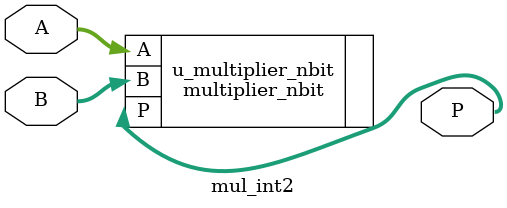
<source format=v>

module mul_int2 #(
    parameter WIDTH = 2
)(
    input  [WIDTH-1:0] A,  // Multiplicand
    input  [WIDTH-1:0] B,  // Multiplier
    output [WIDTH-1:0] P   // Lower WIDTH bits of the product
);

    // Instantiate the n-bit multiplier submodule
    multiplier_nbit #(WIDTH) u_multiplier_nbit (
        .A(A),
        .B(B),
        .P(P)
    );

endmodule

</source>
